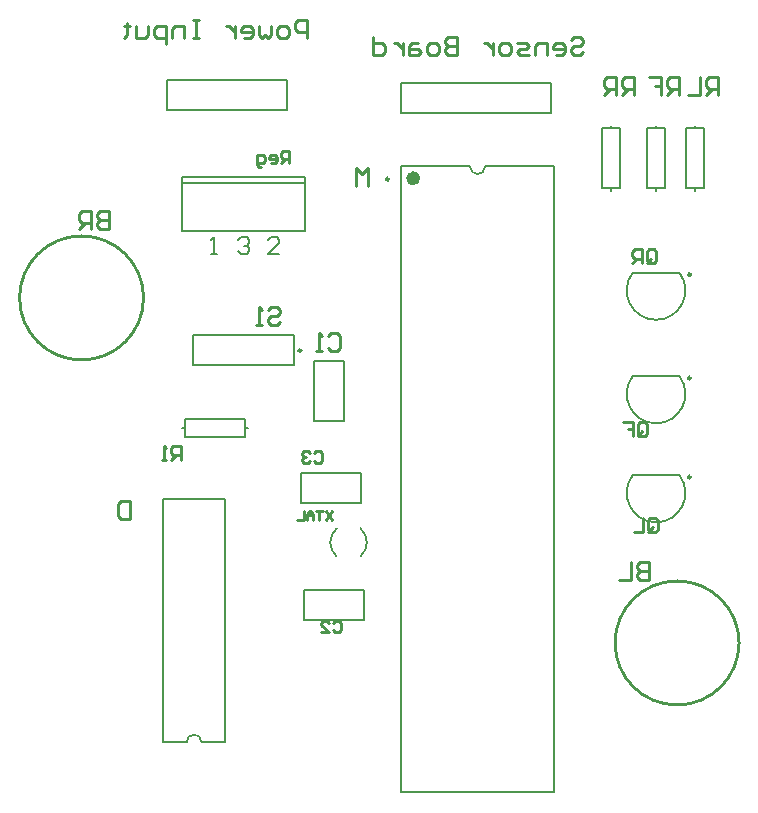
<source format=gto>
G04*
G04 #@! TF.GenerationSoftware,Altium Limited,Altium Designer,18.0.9 (584)*
G04*
G04 Layer_Color=65535*
%FSLAX44Y44*%
%MOMM*%
G71*
G01*
G75*
%ADD10C,0.2500*%
%ADD11C,0.2000*%
%ADD12C,0.6000*%
%ADD13C,0.2540*%
%ADD14C,0.1500*%
D10*
X617650Y133350D02*
G03*
X617650Y133350I-52500J0D01*
G01*
X576920Y273850D02*
G03*
X576920Y273850I-1250J0D01*
G01*
Y357670D02*
G03*
X576920Y357670I-1250J0D01*
G01*
Y445300D02*
G03*
X576920Y445300I-1250J0D01*
G01*
X246980Y381010D02*
G03*
X246980Y381010I-1250J0D01*
G01*
X113460Y425450D02*
G03*
X113460Y425450I-52500J0D01*
G01*
X321290Y526080D02*
G03*
X321290Y526080I-1250J0D01*
G01*
D11*
X527570Y275350D02*
G03*
X567170Y275350I19800J-15000D01*
G01*
X527570Y359170D02*
G03*
X567170Y359170I19800J-15000D01*
G01*
X527570Y446800D02*
G03*
X567170Y446800I19800J-15000D01*
G01*
X297241Y206887D02*
G03*
X297079Y230333I-10221J11652D01*
G01*
X276961Y230233D02*
G03*
X276799Y206788I10059J-11793D01*
G01*
X389890Y536780D02*
G03*
X402590Y536780I6350J0D01*
G01*
X162560Y49400D02*
G03*
X149860Y49400I-6350J0D01*
G01*
X527570Y275350D02*
X567170D01*
X527570Y359170D02*
X567170D01*
X527570Y446800D02*
X567170D01*
X248920Y177800D02*
X299720D01*
X248920Y152400D02*
Y177800D01*
Y152400D02*
X299720D01*
Y177800D01*
X146304Y314960D02*
X148590D01*
X199390D02*
X201676D01*
X148590D02*
Y322580D01*
X199390D01*
Y307340D02*
Y322580D01*
X148590Y307340D02*
X199390D01*
X148590D02*
Y314960D01*
X240920Y368300D02*
Y393700D01*
X155320D02*
X240920D01*
X155320Y368300D02*
Y393700D01*
Y368300D02*
X240920D01*
X146120Y528110D02*
X250120D01*
Y482110D02*
Y528110D01*
X146120Y482110D02*
X250120D01*
X146120D02*
Y528110D01*
Y523110D02*
X250120D01*
X133350Y584200D02*
Y609600D01*
X234950D01*
X133350Y584200D02*
X234950D01*
Y609600D01*
X331470Y581660D02*
Y607060D01*
X458470D01*
X331470Y581660D02*
X458470D01*
Y607060D01*
X257810Y321310D02*
Y372110D01*
Y321310D02*
X283210D01*
Y372110D01*
X257810D02*
X283210D01*
X246380Y276860D02*
X297180D01*
X246380Y251460D02*
Y276860D01*
Y251460D02*
X297180D01*
Y276860D01*
X331740Y6780D02*
Y536780D01*
X460740Y6780D02*
Y536780D01*
X331740D02*
X389890D01*
X402590D02*
X460740D01*
X331740Y6780D02*
X460740D01*
X539750Y568960D02*
X547370D01*
X539750Y518160D02*
Y568960D01*
Y518160D02*
X554990D01*
Y568960D01*
X547370D02*
X554990D01*
X547370Y515874D02*
Y518160D01*
Y568960D02*
Y571246D01*
X572770Y568960D02*
X580390D01*
X572770Y518160D02*
Y568960D01*
Y518160D02*
X588010D01*
Y568960D01*
X580390D02*
X588010D01*
X580390Y515874D02*
Y518160D01*
Y568960D02*
Y571246D01*
X501650Y568960D02*
X509270D01*
X501650Y518160D02*
Y568960D01*
Y518160D02*
X516890D01*
Y568960D01*
X509270D02*
X516890D01*
X509270Y515874D02*
Y518160D01*
Y568960D02*
Y571246D01*
X129710Y49400D02*
Y255400D01*
X182710Y49400D02*
Y255400D01*
X129710D02*
X182710D01*
X129710Y49400D02*
X149860D01*
X162560D02*
X182710D01*
D12*
X344740Y526780D02*
G03*
X344740Y526780I-3000J0D01*
G01*
D13*
X541020Y201925D02*
Y186690D01*
X533402D01*
X530863Y189229D01*
Y191768D01*
X533402Y194307D01*
X541020D01*
X533402D01*
X530863Y196847D01*
Y199386D01*
X533402Y201925D01*
X541020D01*
X525785D02*
Y186690D01*
X515628D01*
X540643Y229329D02*
Y237327D01*
X542642Y239326D01*
X546641D01*
X548640Y237327D01*
Y229329D01*
X546641Y227330D01*
X542642D01*
X544641Y231329D02*
X540643Y227330D01*
X542642D02*
X540643Y229329D01*
X536644Y239326D02*
Y227330D01*
X528647D01*
X531753Y310609D02*
Y318607D01*
X533752Y320606D01*
X537751D01*
X539750Y318607D01*
Y310609D01*
X537751Y308610D01*
X533752D01*
X535751Y312609D02*
X531753Y308610D01*
X533752D02*
X531753Y310609D01*
X519757Y320606D02*
X527754D01*
Y314608D01*
X523755D01*
X527754D01*
Y308610D01*
X539373Y456659D02*
Y464657D01*
X541372Y466656D01*
X545371D01*
X547370Y464657D01*
Y456659D01*
X545371Y454660D01*
X541372D01*
X543371Y458659D02*
X539373Y454660D01*
X541372D02*
X539373Y456659D01*
X535374Y454660D02*
Y466656D01*
X529376D01*
X527377Y464657D01*
Y460658D01*
X529376Y458659D01*
X535374D01*
X531375D02*
X527377Y454660D01*
X274006Y150571D02*
X275672Y152237D01*
X279004D01*
X280670Y150571D01*
Y143906D01*
X279004Y142240D01*
X275672D01*
X274006Y143906D01*
X264009Y142240D02*
X270673D01*
X264009Y148904D01*
Y150571D01*
X265675Y152237D01*
X269007D01*
X270673Y150571D01*
X273050Y245487D02*
X267718Y237490D01*
Y245487D02*
X273050Y237490D01*
X265053Y245487D02*
X259721D01*
X262387D01*
Y237490D01*
X257055D02*
Y242822D01*
X254389Y245487D01*
X251724Y242822D01*
Y237490D01*
Y241489D01*
X257055D01*
X249058Y245487D02*
Y237490D01*
X243726D01*
X144780Y288290D02*
Y300286D01*
X138782D01*
X136783Y298287D01*
Y294288D01*
X138782Y292289D01*
X144780D01*
X140781D02*
X136783Y288290D01*
X132784D02*
X128785D01*
X130785D01*
Y300286D01*
X132784Y298287D01*
X218443Y415286D02*
X220982Y417825D01*
X226061D01*
X228600Y415286D01*
Y412747D01*
X226061Y410207D01*
X220982D01*
X218443Y407668D01*
Y405129D01*
X220982Y402590D01*
X226061D01*
X228600Y405129D01*
X213365Y402590D02*
X208287D01*
X210826D01*
Y417825D01*
X213365Y415286D01*
X236220Y539750D02*
Y549747D01*
X231222D01*
X229555Y548081D01*
Y544748D01*
X231222Y543082D01*
X236220D01*
X232888D02*
X229555Y539750D01*
X221225D02*
X224557D01*
X226223Y541416D01*
Y544748D01*
X224557Y546414D01*
X221225D01*
X219559Y544748D01*
Y543082D01*
X226223D01*
X212894Y536418D02*
X211228D01*
X209562Y538084D01*
Y546414D01*
X214560D01*
X216226Y544748D01*
Y541416D01*
X214560Y539750D01*
X209562D01*
X83820Y499105D02*
Y483870D01*
X76203D01*
X73663Y486409D01*
Y488948D01*
X76203Y491488D01*
X83820D01*
X76203D01*
X73663Y494027D01*
Y496566D01*
X76203Y499105D01*
X83820D01*
X68585Y483870D02*
Y499105D01*
X60967D01*
X58428Y496566D01*
Y491488D01*
X60967Y488948D01*
X68585D01*
X63507D02*
X58428Y483870D01*
X251460Y645160D02*
Y660395D01*
X243843D01*
X241303Y657856D01*
Y652777D01*
X243843Y650238D01*
X251460D01*
X233686Y645160D02*
X228607D01*
X226068Y647699D01*
Y652777D01*
X228607Y655317D01*
X233686D01*
X236225Y652777D01*
Y647699D01*
X233686Y645160D01*
X220990Y655317D02*
Y647699D01*
X218451Y645160D01*
X215912Y647699D01*
X213372Y645160D01*
X210833Y647699D01*
Y655317D01*
X198137Y645160D02*
X203216D01*
X205755Y647699D01*
Y652777D01*
X203216Y655317D01*
X198137D01*
X195598Y652777D01*
Y650238D01*
X205755D01*
X190520Y655317D02*
Y645160D01*
Y650238D01*
X187980Y652777D01*
X185441Y655317D01*
X182902D01*
X160050Y660395D02*
X154971D01*
X157510D01*
Y645160D01*
X160050D01*
X154971D01*
X147354D02*
Y655317D01*
X139736D01*
X137197Y652777D01*
Y645160D01*
X132119Y640082D02*
Y655317D01*
X124501D01*
X121962Y652777D01*
Y647699D01*
X124501Y645160D01*
X132119D01*
X116883Y655317D02*
Y647699D01*
X114344Y645160D01*
X106727D01*
Y655317D01*
X99109Y657856D02*
Y655317D01*
X101649D01*
X96570D01*
X99109D01*
Y647699D01*
X96570Y645160D01*
X474983Y643886D02*
X477523Y646425D01*
X482601D01*
X485140Y643886D01*
Y641347D01*
X482601Y638807D01*
X477523D01*
X474983Y636268D01*
Y633729D01*
X477523Y631190D01*
X482601D01*
X485140Y633729D01*
X462287Y631190D02*
X467366D01*
X469905Y633729D01*
Y638807D01*
X467366Y641347D01*
X462287D01*
X459748Y638807D01*
Y636268D01*
X469905D01*
X454670Y631190D02*
Y641347D01*
X447052D01*
X444513Y638807D01*
Y631190D01*
X439435D02*
X431817D01*
X429278Y633729D01*
X431817Y636268D01*
X436896D01*
X439435Y638807D01*
X436896Y641347D01*
X429278D01*
X421660Y631190D02*
X416582D01*
X414043Y633729D01*
Y638807D01*
X416582Y641347D01*
X421660D01*
X424200Y638807D01*
Y633729D01*
X421660Y631190D01*
X408965Y641347D02*
Y631190D01*
Y636268D01*
X406426Y638807D01*
X403886Y641347D01*
X401347D01*
X378494Y646425D02*
Y631190D01*
X370877D01*
X368338Y633729D01*
Y636268D01*
X370877Y638807D01*
X378494D01*
X370877D01*
X368338Y641347D01*
Y643886D01*
X370877Y646425D01*
X378494D01*
X360720Y631190D02*
X355642D01*
X353103Y633729D01*
Y638807D01*
X355642Y641347D01*
X360720D01*
X363259Y638807D01*
Y633729D01*
X360720Y631190D01*
X345485Y641347D02*
X340407D01*
X337868Y638807D01*
Y631190D01*
X345485D01*
X348024Y633729D01*
X345485Y636268D01*
X337868D01*
X332789Y641347D02*
Y631190D01*
Y636268D01*
X330250Y638807D01*
X327711Y641347D01*
X325172D01*
X307397Y646425D02*
Y631190D01*
X315015D01*
X317554Y633729D01*
Y638807D01*
X315015Y641347D01*
X307397D01*
X258004Y293827D02*
X259670Y295493D01*
X263002D01*
X264668Y293827D01*
Y287162D01*
X263002Y285496D01*
X259670D01*
X258004Y287162D01*
X254671Y293827D02*
X253005Y295493D01*
X249673D01*
X248007Y293827D01*
Y292160D01*
X249673Y290494D01*
X251339D01*
X249673D01*
X248007Y288828D01*
Y287162D01*
X249673Y285496D01*
X253005D01*
X254671Y287162D01*
X293624Y519938D02*
Y535173D01*
X298702Y530095D01*
X303781Y535173D01*
Y519938D01*
X528574Y597408D02*
Y612643D01*
X520956D01*
X518417Y610104D01*
Y605025D01*
X520956Y602486D01*
X528574D01*
X523496D02*
X518417Y597408D01*
X513339D02*
Y612643D01*
X505721D01*
X503182Y610104D01*
Y605025D01*
X505721Y602486D01*
X513339D01*
X508261D02*
X503182Y597408D01*
X599694D02*
Y612643D01*
X592076D01*
X589537Y610104D01*
Y605025D01*
X592076Y602486D01*
X599694D01*
X594616D02*
X589537Y597408D01*
X584459Y612643D02*
Y597408D01*
X574302D01*
X566674D02*
Y612643D01*
X559057D01*
X556517Y610104D01*
Y605025D01*
X559057Y602486D01*
X566674D01*
X561596D02*
X556517Y597408D01*
X541282Y612643D02*
X551439D01*
Y605025D01*
X546361D01*
X551439D01*
Y597408D01*
X101854Y253741D02*
Y238506D01*
X94236D01*
X91697Y241045D01*
Y251202D01*
X94236Y253741D01*
X101854D01*
X269497Y393442D02*
X272036Y395981D01*
X277115D01*
X279654Y393442D01*
Y383285D01*
X277115Y380746D01*
X272036D01*
X269497Y383285D01*
X264419Y380746D02*
X259341D01*
X261880D01*
Y395981D01*
X264419Y393442D01*
D14*
X193120Y474856D02*
X195619Y477355D01*
X200618D01*
X203117Y474856D01*
Y472357D01*
X200618Y469858D01*
X198118D01*
X200618D01*
X203117Y467358D01*
Y464859D01*
X200618Y462360D01*
X195619D01*
X193120Y464859D01*
X228517Y462360D02*
X218520D01*
X228517Y472357D01*
Y474856D01*
X226018Y477355D01*
X221019D01*
X218520Y474856D01*
X170220Y462360D02*
X175218D01*
X172719D01*
Y477355D01*
X170220Y474856D01*
M02*

</source>
